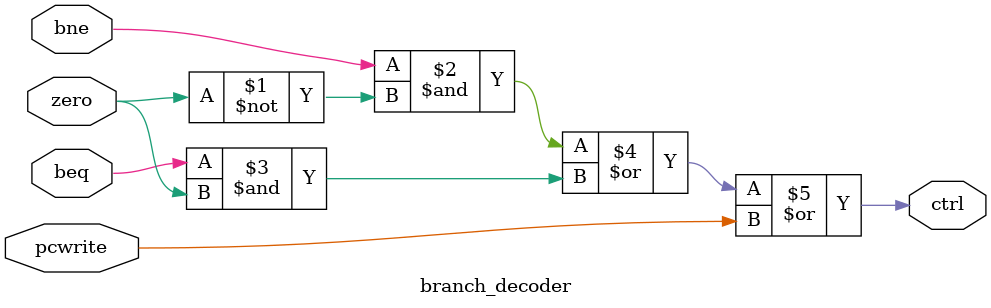
<source format=v>
module branch_decoder(
  input beq, bne, pcwrite, zero,
  output ctrl
);
  
  assign ctrl = (bne&~zero) | (beq&zero) | (pcwrite);
  
endmodule
</source>
